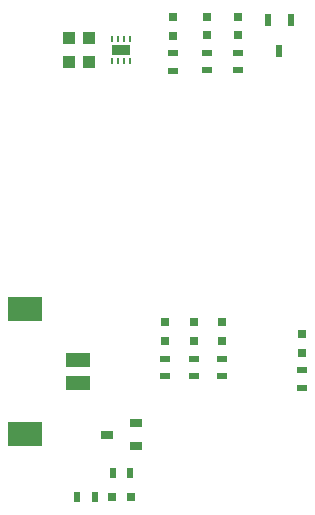
<source format=gtp>
G04*
G04 #@! TF.GenerationSoftware,Altium Limited,Altium Designer,20.0.14 (345)*
G04*
G04 Layer_Color=153*
%FSLAX43Y43*%
%MOMM*%
G71*
G01*
G75*
%ADD15R,2.000X1.200*%
%ADD16R,3.000X2.100*%
%ADD17R,1.600X0.900*%
%ADD18R,0.270X0.500*%
%ADD19R,0.800X0.800*%
%ADD20R,0.800X0.800*%
%ADD21R,0.900X0.600*%
%ADD22R,1.000X0.800*%
%ADD23R,0.600X0.900*%
%ADD24R,1.100X1.000*%
%ADD25R,0.600X1.050*%
D15*
X27900Y17800D02*
D03*
Y15800D02*
D03*
D16*
X23450Y22050D02*
D03*
Y11550D02*
D03*
D17*
X31532Y44000D02*
D03*
D18*
X30782Y44950D02*
D03*
X31282D02*
D03*
X31782D02*
D03*
X32282D02*
D03*
Y43050D02*
D03*
X31782D02*
D03*
X31282D02*
D03*
X30782D02*
D03*
D19*
X46890Y19958D02*
D03*
Y18358D02*
D03*
X35300Y20950D02*
D03*
Y19350D02*
D03*
X37700Y20950D02*
D03*
Y19350D02*
D03*
X40100Y20950D02*
D03*
Y19350D02*
D03*
X38868Y46850D02*
D03*
Y45250D02*
D03*
X36000Y46800D02*
D03*
Y45200D02*
D03*
X41468Y46850D02*
D03*
Y45250D02*
D03*
D20*
X32400Y6140D02*
D03*
X30800D02*
D03*
D21*
X46890Y15408D02*
D03*
Y16908D02*
D03*
X35300Y16400D02*
D03*
Y17900D02*
D03*
X37700Y16400D02*
D03*
Y17900D02*
D03*
X40100Y16400D02*
D03*
Y17900D02*
D03*
X38868Y42300D02*
D03*
Y43800D02*
D03*
X36000Y42250D02*
D03*
Y43750D02*
D03*
X41468Y42300D02*
D03*
Y43800D02*
D03*
D22*
X30400Y11450D02*
D03*
X32800Y12400D02*
D03*
Y10500D02*
D03*
D23*
X30850Y8200D02*
D03*
X32350D02*
D03*
X27850Y6140D02*
D03*
X29350D02*
D03*
D24*
X27150Y43000D02*
D03*
X28850D02*
D03*
X27150Y45000D02*
D03*
X28850D02*
D03*
D25*
X45912Y46600D02*
D03*
X44012D02*
D03*
X44962Y43900D02*
D03*
M02*

</source>
